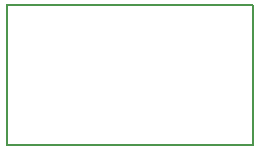
<source format=gbr>
G04 #@! TF.FileFunction,Profile,NP*
%FSLAX46Y46*%
G04 Gerber Fmt 4.6, Leading zero omitted, Abs format (unit mm)*
G04 Created by KiCad (PCBNEW 4.0.7) date 04/15/20 11:27:54*
%MOMM*%
%LPD*%
G01*
G04 APERTURE LIST*
%ADD10C,0.100000*%
%ADD11C,0.150000*%
G04 APERTURE END LIST*
D10*
D11*
X136194800Y-98780600D02*
X157022800Y-98780600D01*
X157022800Y-110591600D02*
X157022800Y-98806000D01*
X136169400Y-110591600D02*
X157022800Y-110591600D01*
X136169400Y-98729800D02*
X136169400Y-110591600D01*
M02*

</source>
